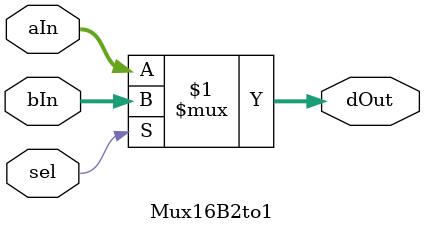
<source format=v>
`timescale 1ns / 1ps


module Mux16B2to1(
    input [15:0] aIn,
    input [15:0] bIn,
    input sel,
    output [15:0] dOut
  );
  
  assign dOut[15:0] = (sel) ? bIn [15:0] : aIn [15:0];
  
endmodule

</source>
